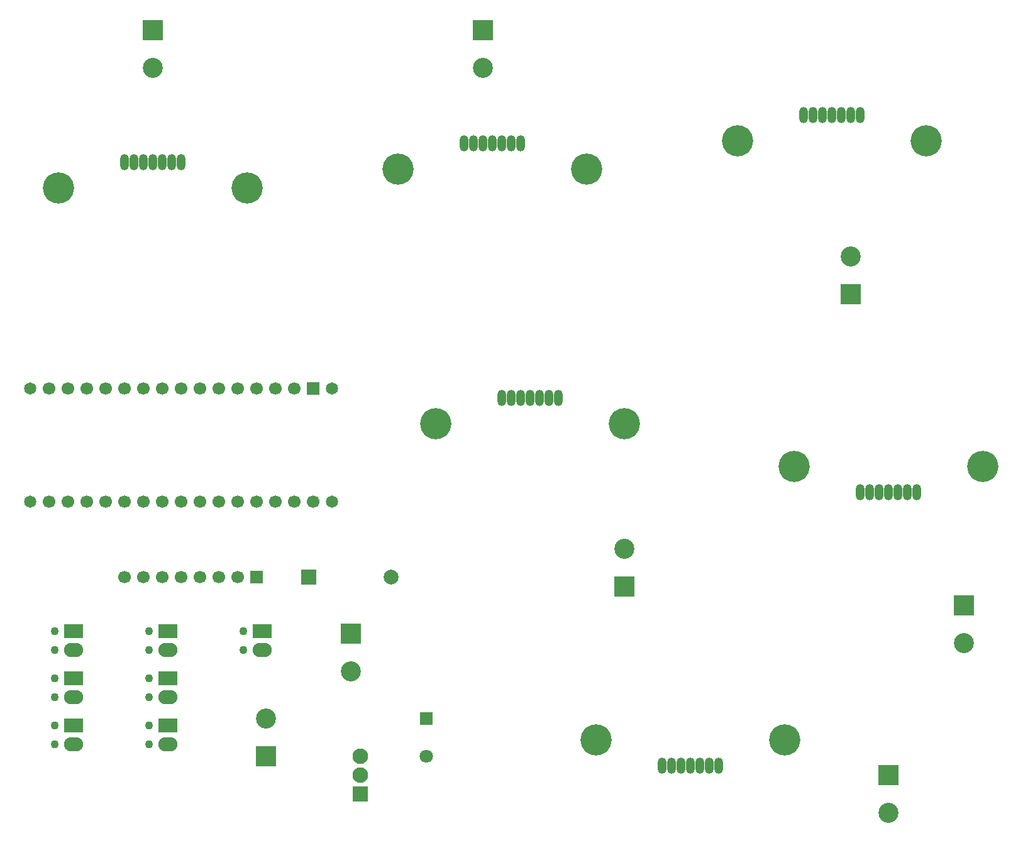
<source format=gbr>
%TF.GenerationSoftware,Novarm,DipTrace,3.2.0.1*%
%TF.CreationDate,2018-04-10T13:15:38+00:00*%
%FSLAX35Y35*%
%MOMM*%
%TF.FileFunction,Soldermask,Bot*%
%TF.Part,Single*%
%ADD27R,1.8X1.8*%
%ADD36C,1.651*%
%ADD37C,1.1*%
%ADD43C,4.2*%
%ADD45O,1.2X2.2*%
%ADD47C,2.1*%
%ADD48C,1.7*%
%ADD49R,2.1X2.1*%
%ADD50R,1.7X1.7*%
%ADD51O,2.6X1.9*%
%ADD53R,2.6X1.9*%
%ADD55C,2.7*%
%ADD57R,2.7X2.7*%
%ADD59C,2.0*%
%ADD61R,2.0X2.0*%
%ADD63C,1.8*%
G75*
G01*
%LPD*%
D50*
X5826000Y7477000D3*
D48*
X5572000D3*
X5318000D3*
X5064000D3*
X4810000D3*
X4556000D3*
X4302000D3*
X4048000D3*
X3794000D3*
X3540000D3*
X3286000D3*
X3032000D3*
X2778000D3*
X2524000D3*
X2270000D3*
Y5953000D3*
X2524000D3*
X2778000D3*
X3032000D3*
X3286000D3*
X3540000D3*
X3794000D3*
X4048000D3*
X4302000D3*
X4556000D3*
X4810000D3*
X5064000D3*
X5318000D3*
X5572000D3*
X5826000D3*
D36*
X6080000Y7477000D3*
Y5953000D3*
X2016000D3*
Y7477000D3*
D63*
X7350000Y2524000D3*
D27*
Y3032000D3*
D61*
X5762500Y4937000D3*
D59*
X6867500D3*
D57*
X3667000Y12303000D3*
D55*
Y11795000D3*
D57*
X8112000Y12303000D3*
D55*
Y11795000D3*
D57*
X13065000Y8747000D3*
D55*
Y9255000D3*
D57*
X14589000Y4556000D3*
D55*
Y4048000D3*
D57*
X10017000Y4810000D3*
D55*
Y5318000D3*
D57*
X13573000Y2270000D3*
D55*
Y1762000D3*
D53*
X2594500Y4206500D3*
D51*
Y3952500D3*
D37*
X2340500Y4206500D3*
Y3952500D3*
D53*
X2594500Y3571500D3*
D51*
Y3317500D3*
D37*
X2340500Y3571500D3*
Y3317500D3*
D53*
X2594500Y2936500D3*
D51*
Y2682500D3*
D37*
X2340500Y2936500D3*
Y2682500D3*
D53*
X3864500Y4206500D3*
D51*
Y3952500D3*
D37*
X3610500Y4206500D3*
Y3952500D3*
D53*
X3864500Y3571500D3*
D51*
Y3317500D3*
D37*
X3610500Y3571500D3*
Y3317500D3*
D53*
X3864500Y2936500D3*
D51*
Y2682500D3*
D37*
X3610500Y2936500D3*
Y2682500D3*
D53*
X5134500Y4206500D3*
D51*
Y3952500D3*
D37*
X4880500Y4206500D3*
Y3952500D3*
D57*
X5191000Y2524000D3*
D55*
Y3032000D3*
D57*
X6334000Y4175000D3*
D55*
Y3667000D3*
D49*
X6461000Y2016000D3*
D47*
Y2270000D3*
Y2524000D3*
D50*
X5064000Y4937000D3*
D48*
X4810000D3*
X4556000D3*
X4302000D3*
X4048000D3*
X3794000D3*
X3540000D3*
X3286000D3*
D45*
X4048000Y10525000D3*
X3921000D3*
X3794000D3*
X3667000D3*
X3540000D3*
X3413000D3*
X3286000D3*
D43*
X2397000Y10176000D3*
X4937000D3*
D45*
X8620000Y10779000D3*
X8493000D3*
X8366000D3*
X8239000D3*
X8112000D3*
X7985000D3*
X7858000D3*
D43*
X6969000Y10430000D3*
X9509000D3*
D45*
X13192000Y11160000D3*
X13065000D3*
X12938000D3*
X12811000D3*
X12684000D3*
X12557000D3*
X12430000D3*
D43*
X11541000Y10811000D3*
X14081000D3*
D45*
X13192000Y6080000D3*
X13319000D3*
X13446000D3*
X13573000D3*
X13700000D3*
X13827000D3*
X13954000D3*
D43*
X14843000Y6429000D3*
X12303000D3*
D45*
X9128000Y7350000D3*
X9001000D3*
X8874000D3*
X8747000D3*
X8620000D3*
X8493000D3*
X8366000D3*
D43*
X7477000Y7001000D3*
X10017000D3*
D45*
X10525000Y2397000D3*
X10652000D3*
X10779000D3*
X10906000D3*
X11033000D3*
X11160000D3*
X11287000D3*
D43*
X12176000Y2746000D3*
X9636000D3*
M02*

</source>
